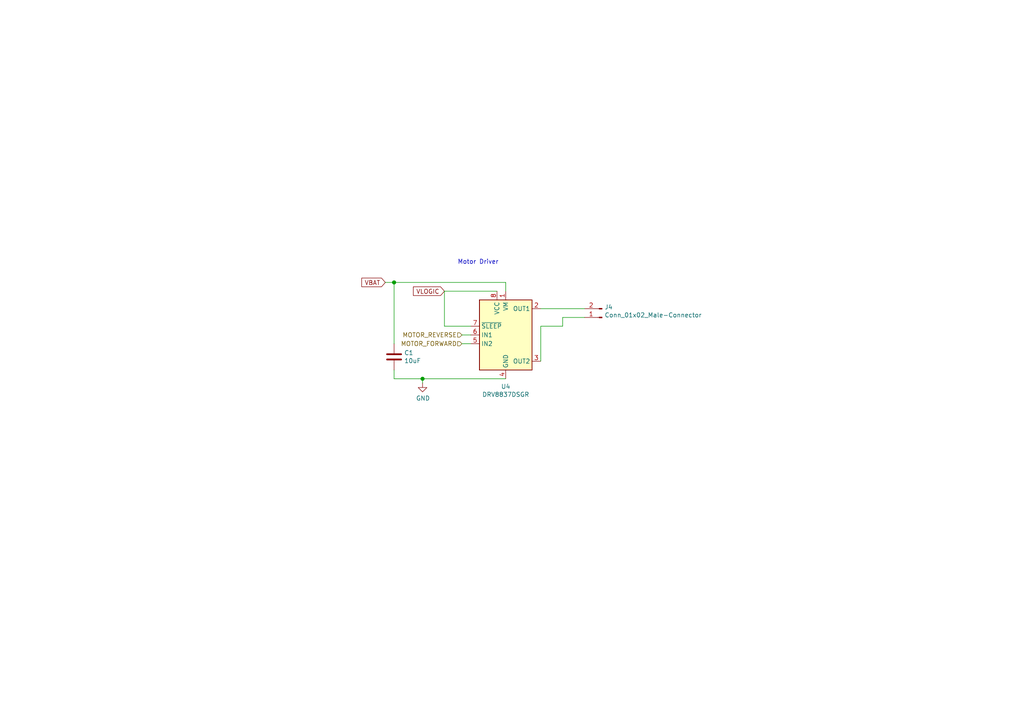
<source format=kicad_sch>
(kicad_sch (version 20211123) (generator eeschema)
  (paper "A4")
  (lib_symbols
    (symbol "Driver_Motor:DRV8837C"
      (property "Reference" "U" (at 6.35 11.43 0))
      (property "Value" "DRV8837C" (at -10.16 11.43 0))
      (symbol "DRV8837C_0_1"
        (rectangle (start -7.62 10.16) (end 7.62 -10.16) (stroke (width 0.254)) (fill (type background)))
      )
      (symbol "DRV8837C_1_1"
        (pin power_in line (at 0 12.7 270) (length 2.54) (name "VM") (number "1"))
        (pin output line (at 10.16 7.62 180) (length 2.54) (name "OUT1") (number "2"))
        (pin output line (at 10.16 -7.62 180) (length 2.54) (name "OUT2") (number "3"))
        (pin power_in line (at 0 -12.7 90) (length 2.54) (name "GND") (number "4"))
        (pin input line (at -10.16 -2.54 0) (length 2.54) (name "IN2") (number "5"))
        (pin input line (at -10.16 0 0) (length 2.54) (name "IN1") (number "6"))
        (pin input line (at -10.16 2.54 0) (length 2.54) (name "~{SLEEP}") (number "7"))
        (pin power_in line (at -2.54 12.7 270) (length 2.54) (name "VCC") (number "8"))
        (pin passive line (at 0 -12.7 90) (length 2.54) hide (name "GND") (number "9"))
      )
    )
    (symbol "malenki-nano-rescue:C-Device" (pin_numbers hide) (pin_names (offset 0.254))
      (property "Reference" "C" (at 0.635 2.54 0))
      (property "Value" "C-Device" (at 0.635 -2.54 0))
      (symbol "C-Device_0_1"
        (polyline (pts (xy -2.032 -0.762) (xy 2.032 -0.762)) (stroke (width 0.508)))
        (polyline (pts (xy -2.032 0.762) (xy 2.032 0.762)) (stroke (width 0.508)))
      )
      (symbol "C-Device_1_1"
        (pin passive line (at 0 3.81 270) (length 2.794) (name "~") (number "1"))
        (pin passive line (at 0 -3.81 90) (length 2.794) (name "~") (number "2"))
      )
    )
    (symbol "malenki-nano-rescue:Conn_01x02_Male-Connector" (pin_names (offset 1.016) hide)
      (property "Reference" "J" (at 0 2.54 0))
      (property "Value" "Conn_01x02_Male-Connector" (at 0 -5.08 0))
      (symbol "Conn_01x02_Male-Connector_1_1"
        (polyline (pts (xy 1.27 -2.54) (xy 0.8636 -2.54)) (stroke (width 0.1524)))
        (polyline (pts (xy 1.27 0) (xy 0.8636 0)) (stroke (width 0.1524)))
        (rectangle (start 0.8636 -2.413) (end 0 -2.667) (stroke (width 0.1524)) (fill (type outline)))
        (rectangle (start 0.8636 0.127) (end 0 -0.127) (stroke (width 0.1524)) (fill (type outline)))
        (pin passive line (at 5.08 0 180) (length 3.81) (name "Pin_1") (number "1"))
        (pin passive line (at 5.08 -2.54 180) (length 3.81) (name "Pin_2") (number "2"))
      )
    )
    (symbol "malenki-nano-rescue:GND-power" (power) (pin_names (offset 0))
      (property "Value" "GND-power" (at 0 -3.81 0))
      (symbol "GND-power_0_1"
        (polyline (pts (xy 0 0) (xy 0 -1.27) (xy 1.27 -1.27) (xy 0 -2.54) (xy -1.27 -1.27) (xy 0 -1.27)))
      )
      (symbol "GND-power_1_1"
        (pin power_in line (at 0 0 270) (length 0) hide (name "GND") (number "1"))
      )
    )
  )
  (junction (at 114.3 81.915) (diameter 1.016))
  (junction (at 122.555 109.855) (diameter 1.016))
  (wire (pts (xy 122.555 109.855) (xy 146.685 109.855)))
  (wire (pts (xy 136.525 97.155) (xy 133.985 97.155)))
  (wire (pts (xy 146.685 81.915) (xy 114.3 81.915)))
  (wire (pts (xy 128.905 84.455) (xy 128.905 94.615)))
  (wire (pts (xy 114.3 107.315) (xy 114.3 109.855)))
  (wire (pts (xy 122.555 109.855) (xy 122.555 111.125)))
  (wire (pts (xy 156.845 94.615) (xy 163.195 94.615)))
  (wire (pts (xy 156.845 104.775) (xy 156.845 94.615)))
  (wire (pts (xy 146.685 84.455) (xy 146.685 81.915)))
  (wire (pts (xy 144.145 84.455) (xy 128.905 84.455)))
  (wire (pts (xy 136.525 99.695) (xy 133.985 99.695)))
  (wire (pts (xy 128.905 94.615) (xy 136.525 94.615)))
  (wire (pts (xy 114.3 109.855) (xy 122.555 109.855)))
  (wire (pts (xy 163.195 94.615) (xy 163.195 92.075)))
  (wire (pts (xy 156.845 89.535) (xy 169.545 89.535)))
  (wire (pts (xy 114.3 81.915) (xy 114.3 99.695)))
  (wire (pts (xy 114.3 81.915) (xy 111.76 81.915)))
  (wire (pts (xy 169.545 92.075) (xy 163.195 92.075)))
  (text "Motor Driver" (at 132.715 76.835 0) (effects (font (size 1.27 1.27)) (justify left bottom)))
  (global_label "VLOGIC" (shape input) (at 128.905 84.455 180) (property "Intersheet References" "${INTERSHEET_REFS}" (effects hide)))
  (global_label "VBAT" (shape input) (at 111.76 81.915 180) (property "Intersheet References" "${INTERSHEET_REFS}" (effects hide)))
  (hierarchical_label "MOTOR_FORWARD" (shape input) (at 133.985 99.695 180))
  (hierarchical_label "MOTOR_REVERSE" (shape input) (at 133.985 97.155 180))
  (symbol (lib_id "malenki-nano-rescue:GND-power") (at 122.555 111.125 0) (unit 1)
    (property "Reference" "#PWR01" (effects hide))
    (property "Value" "GND" (at 122.682 115.5192 0))
  )
  (symbol (lib_id "malenki-nano-rescue:C-Device") (at 114.3 103.505 0) (unit 1)
    (property "Reference" "C1" (at 117.221 102.3366 0) (effects (justify left)))
    (property "Value" "10uF" (at 117.221 104.648 0) (effects (justify left)))
    (property "Footprint" "Capacitor_SMD:C_0603_1608Metric" (effects hide))
    (property "LCSC" "C96446" (effects hide))
    (property "Manufacturer" "Samsung" (effects hide))
  )
  (symbol (lib_id "malenki-nano-rescue:Conn_01x02_Male-Connector") (at 174.625 92.075 180) (unit 1) (in_bom no)
    (property "Reference" "J4" (at 175.3362 89.0778 0) (effects (justify right)))
    (property "Value" "Conn_01x02_Male-Connector" (at 175.3362 91.3892 0) (effects (justify right)))
    (property "Footprint" "malenki-nano:PinHeader_1x02_P2.54mm_BIG1" (effects hide))
  )
  (symbol (lib_id "Driver_Motor:DRV8837C") (at 146.685 97.155 0) (unit 1)
    (property "Reference" "U4" (at 146.685 112.1156 0))
    (property "Value" "DRV8837DSGR" (at 146.685 114.427 0))
    (property "Footprint" "Package_SON:WSON-8-1EP_2x2mm_P0.5mm_EP0.9x1.6mm" (effects hide))
    (property "Datasheet" "http://www.ti.com/lit/ds/symlink/drv8837c.pdf" (effects hide))
    (property "LCSC" "C39159" (effects hide))
    (property "MPN" "DRV8837DSGR" (effects hide))
    (property "Manufacturer" "TI" (effects hide))
  )
)
</source>
